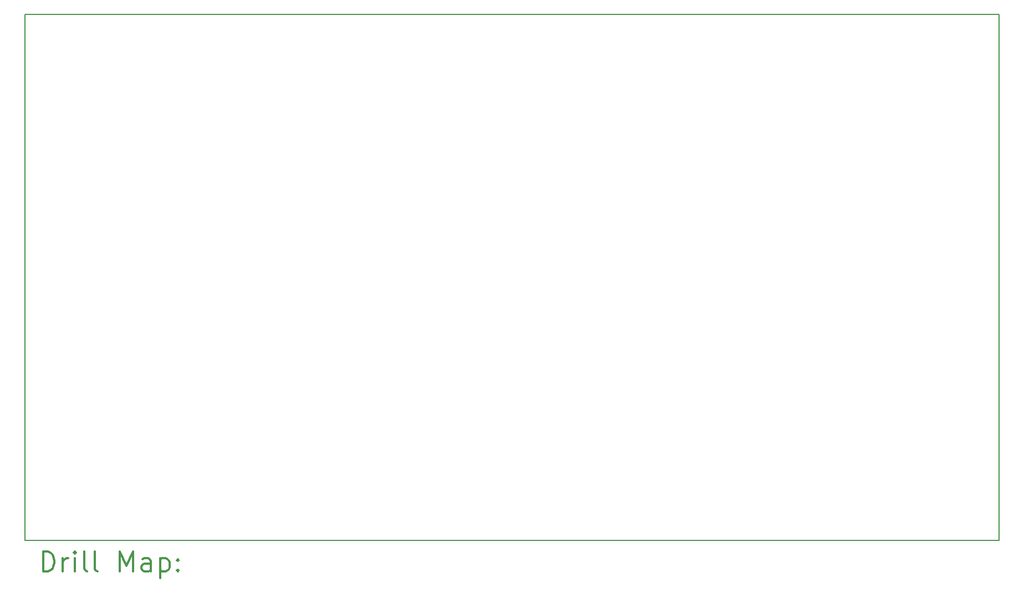
<source format=gbr>
%FSLAX45Y45*%
G04 Gerber Fmt 4.5, Leading zero omitted, Abs format (unit mm)*
G04 Created by KiCad (PCBNEW (5.1.4)-1) date 2020-04-20 22:06:11*
%MOMM*%
%LPD*%
G04 APERTURE LIST*
%ADD10C,0.200000*%
%ADD11C,0.300000*%
G04 APERTURE END LIST*
D10*
X6781800Y-12649200D02*
X6781800Y-4610100D01*
X21653500Y-12649200D02*
X6781800Y-12649200D01*
X21653500Y-4610100D02*
X21653500Y-12649200D01*
X6781800Y-4610100D02*
X21653500Y-4610100D01*
D10*
D11*
X7058228Y-13124914D02*
X7058228Y-12824914D01*
X7129657Y-12824914D01*
X7172514Y-12839200D01*
X7201086Y-12867771D01*
X7215371Y-12896343D01*
X7229657Y-12953486D01*
X7229657Y-12996343D01*
X7215371Y-13053486D01*
X7201086Y-13082057D01*
X7172514Y-13110629D01*
X7129657Y-13124914D01*
X7058228Y-13124914D01*
X7358228Y-13124914D02*
X7358228Y-12924914D01*
X7358228Y-12982057D02*
X7372514Y-12953486D01*
X7386800Y-12939200D01*
X7415371Y-12924914D01*
X7443943Y-12924914D01*
X7543943Y-13124914D02*
X7543943Y-12924914D01*
X7543943Y-12824914D02*
X7529657Y-12839200D01*
X7543943Y-12853486D01*
X7558228Y-12839200D01*
X7543943Y-12824914D01*
X7543943Y-12853486D01*
X7729657Y-13124914D02*
X7701086Y-13110629D01*
X7686800Y-13082057D01*
X7686800Y-12824914D01*
X7886800Y-13124914D02*
X7858228Y-13110629D01*
X7843943Y-13082057D01*
X7843943Y-12824914D01*
X8229657Y-13124914D02*
X8229657Y-12824914D01*
X8329657Y-13039200D01*
X8429657Y-12824914D01*
X8429657Y-13124914D01*
X8701086Y-13124914D02*
X8701086Y-12967771D01*
X8686800Y-12939200D01*
X8658228Y-12924914D01*
X8601086Y-12924914D01*
X8572514Y-12939200D01*
X8701086Y-13110629D02*
X8672514Y-13124914D01*
X8601086Y-13124914D01*
X8572514Y-13110629D01*
X8558228Y-13082057D01*
X8558228Y-13053486D01*
X8572514Y-13024914D01*
X8601086Y-13010629D01*
X8672514Y-13010629D01*
X8701086Y-12996343D01*
X8843943Y-12924914D02*
X8843943Y-13224914D01*
X8843943Y-12939200D02*
X8872514Y-12924914D01*
X8929657Y-12924914D01*
X8958228Y-12939200D01*
X8972514Y-12953486D01*
X8986800Y-12982057D01*
X8986800Y-13067771D01*
X8972514Y-13096343D01*
X8958228Y-13110629D01*
X8929657Y-13124914D01*
X8872514Y-13124914D01*
X8843943Y-13110629D01*
X9115371Y-13096343D02*
X9129657Y-13110629D01*
X9115371Y-13124914D01*
X9101086Y-13110629D01*
X9115371Y-13096343D01*
X9115371Y-13124914D01*
X9115371Y-12939200D02*
X9129657Y-12953486D01*
X9115371Y-12967771D01*
X9101086Y-12953486D01*
X9115371Y-12939200D01*
X9115371Y-12967771D01*
M02*

</source>
